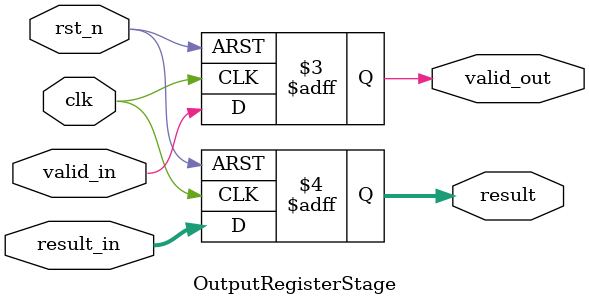
<source format=sv>
module Pipe_NAND(
    input  wire        clk,
    input  wire        rst_n,    // 复位信号
    input  wire        valid_in, // 输入有效信号
    input  wire [15:0] a, b,
    output wire        valid_out, // 输出有效信号
    output wire [15:0] out
);
    // 四级流水线的状态和数据信号
    wire [15:0] a_stage1, b_stage1;
    wire [15:0] a_stage2, b_stage2;
    wire [15:0] partial_nand_stage3;
    wire        valid_stage1, valid_stage2, valid_stage3;
    
    // 实例化第一级流水线：输入寄存
    InputRegisterStage input_stage (
        .clk       (clk),
        .rst_n     (rst_n),
        .valid_in  (valid_in),
        .a_in      (a),
        .b_in      (b),
        .valid_out (valid_stage1),
        .a_out     (a_stage1),
        .b_out     (b_stage1)
    );
    
    // 实例化第二级流水线：预处理阶段
    PreprocessStage preprocess_stage (
        .clk       (clk),
        .rst_n     (rst_n),
        .valid_in  (valid_stage1),
        .a_in      (a_stage1),
        .b_in      (b_stage1),
        .valid_out (valid_stage2),
        .a_out     (a_stage2),
        .b_out     (b_stage2)
    );
    
    // 实例化第三级流水线：计算NAND
    NANDStage nand_stage (
        .clk       (clk),
        .rst_n     (rst_n),
        .valid_in  (valid_stage2),
        .a_in      (a_stage2),
        .b_in      (b_stage2),
        .valid_out (valid_stage3),
        .nand_out  (partial_nand_stage3)
    );
    
    // 实例化第四级流水线：输出寄存
    OutputRegisterStage output_stage (
        .clk       (clk),
        .rst_n     (rst_n),
        .valid_in  (valid_stage3),
        .result_in (partial_nand_stage3),
        .valid_out (valid_out),
        .result    (out)
    );
    
endmodule

// 第一级流水线：输入寄存模块
module InputRegisterStage (
    input  wire        clk,
    input  wire        rst_n,
    input  wire        valid_in,
    input  wire [15:0] a_in, b_in,
    output reg         valid_out,
    output reg  [15:0] a_out, b_out
);
    // 寄存输入数据
    always @(posedge clk or negedge rst_n) begin
        if (!rst_n) begin
            a_out     <= 16'b0;
            b_out     <= 16'b0;
            valid_out <= 1'b0;
        end else begin
            a_out     <= a_in;
            b_out     <= b_in;
            valid_out <= valid_in;
        end
    end
endmodule

// 第二级流水线：预处理阶段
module PreprocessStage (
    input  wire        clk,
    input  wire        rst_n,
    input  wire        valid_in,
    input  wire [15:0] a_in, b_in,
    output reg         valid_out,
    output reg  [15:0] a_out, b_out
);
    // 预处理数据 - 分割计算流水线
    always @(posedge clk or negedge rst_n) begin
        if (!rst_n) begin
            a_out     <= 16'b0;
            b_out     <= 16'b0;
            valid_out <= 1'b0;
        end else begin
            // 在这个阶段可以增加预处理逻辑
            // 这里只是传递数据，实际应用中可以添加更多计算
            a_out     <= a_in;
            b_out     <= b_in;
            valid_out <= valid_in;
        end
    end
endmodule

// 第三级流水线：NAND计算模块
module NANDStage (
    input  wire        clk,
    input  wire        rst_n,
    input  wire        valid_in,
    input  wire [15:0] a_in, b_in,
    output reg         valid_out,
    output reg  [15:0] nand_out
);
    // NAND操作分割为两部分：先计算AND，再取反
    reg [15:0] and_result;
    
    always @(posedge clk or negedge rst_n) begin
        if (!rst_n) begin
            and_result <= 16'b0;
            nand_out   <= 16'b0;
            valid_out  <= 1'b0;
        end else begin
            // 计算阶段：先进行AND操作
            and_result <= a_in & b_in;
            // 取反操作：在同一个时钟周期完成
            nand_out   <= ~(a_in & b_in);
            valid_out  <= valid_in;
        end
    end
endmodule

// 第四级流水线：输出寄存模块
module OutputRegisterStage (
    input  wire        clk,
    input  wire        rst_n,
    input  wire        valid_in,
    input  wire [15:0] result_in,
    output reg         valid_out,
    output reg  [15:0] result
);
    // 寄存输出数据
    always @(posedge clk or negedge rst_n) begin
        if (!rst_n) begin
            result    <= 16'b0;
            valid_out <= 1'b0;
        end else begin
            result    <= result_in;
            valid_out <= valid_in;
        end
    end
endmodule
</source>
